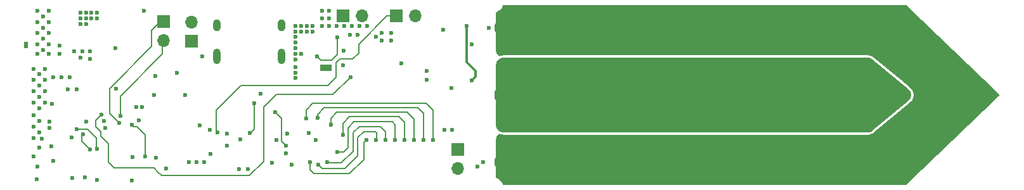
<source format=gbl>
G04 #@! TF.GenerationSoftware,KiCad,Pcbnew,9.0.0*
G04 #@! TF.CreationDate,2025-03-11T16:46:41+02:00*
G04 #@! TF.ProjectId,Plant-health-meter,506c616e-742d-4686-9561-6c74682d6d65,rev?*
G04 #@! TF.SameCoordinates,Original*
G04 #@! TF.FileFunction,Copper,L4,Bot*
G04 #@! TF.FilePolarity,Positive*
%FSLAX46Y46*%
G04 Gerber Fmt 4.6, Leading zero omitted, Abs format (unit mm)*
G04 Created by KiCad (PCBNEW 9.0.0) date 2025-03-11 16:46:41*
%MOMM*%
%LPD*%
G01*
G04 APERTURE LIST*
G04 Aperture macros list*
%AMRoundRect*
0 Rectangle with rounded corners*
0 $1 Rounding radius*
0 $2 $3 $4 $5 $6 $7 $8 $9 X,Y pos of 4 corners*
0 Add a 4 corners polygon primitive as box body*
4,1,4,$2,$3,$4,$5,$6,$7,$8,$9,$2,$3,0*
0 Add four circle primitives for the rounded corners*
1,1,$1+$1,$2,$3*
1,1,$1+$1,$4,$5*
1,1,$1+$1,$6,$7*
1,1,$1+$1,$8,$9*
0 Add four rect primitives between the rounded corners*
20,1,$1+$1,$2,$3,$4,$5,0*
20,1,$1+$1,$4,$5,$6,$7,0*
20,1,$1+$1,$6,$7,$8,$9,0*
20,1,$1+$1,$8,$9,$2,$3,0*%
G04 Aperture macros list end*
G04 #@! TA.AperFunction,ComponentPad*
%ADD10R,1.700000X1.700000*%
G04 #@! TD*
G04 #@! TA.AperFunction,ComponentPad*
%ADD11O,1.700000X1.700000*%
G04 #@! TD*
G04 #@! TA.AperFunction,HeatsinkPad*
%ADD12O,1.000000X2.100000*%
G04 #@! TD*
G04 #@! TA.AperFunction,HeatsinkPad*
%ADD13O,1.000000X1.600000*%
G04 #@! TD*
G04 #@! TA.AperFunction,ComponentPad*
%ADD14RoundRect,0.250000X0.893000X0.512000X-0.893000X0.512000X-0.893000X-0.512000X0.893000X-0.512000X0*%
G04 #@! TD*
G04 #@! TA.AperFunction,ComponentPad*
%ADD15RoundRect,0.381000X0.762000X0.381000X-0.762000X0.381000X-0.762000X-0.381000X0.762000X-0.381000X0*%
G04 #@! TD*
G04 #@! TA.AperFunction,ComponentPad*
%ADD16R,0.500000X0.900000*%
G04 #@! TD*
G04 #@! TA.AperFunction,ComponentPad*
%ADD17C,0.600000*%
G04 #@! TD*
G04 #@! TA.AperFunction,SMDPad,CuDef*
%ADD18R,1.600000X0.900000*%
G04 #@! TD*
G04 #@! TA.AperFunction,ViaPad*
%ADD19C,0.600000*%
G04 #@! TD*
G04 #@! TA.AperFunction,Conductor*
%ADD20C,0.200000*%
G04 #@! TD*
G04 #@! TA.AperFunction,Conductor*
%ADD21C,0.300000*%
G04 #@! TD*
G04 APERTURE END LIST*
D10*
G04 #@! TO.P,J6,1,Pin_1*
G04 #@! TO.N,Net-(J6-Pin_1)*
X109400000Y-100200000D03*
D11*
G04 #@! TO.P,J6,2,Pin_2*
G04 #@! TO.N,Net-(J6-Pin_2)*
X109400000Y-102740000D03*
G04 #@! TD*
D12*
G04 #@! TO.P,J5,S1,SHIELD*
G04 #@! TO.N,GND*
X125120000Y-104830000D03*
D13*
X125120000Y-100650000D03*
D12*
X116480000Y-104830000D03*
D13*
X116480000Y-100650000D03*
G04 #@! TD*
D10*
G04 #@! TO.P,J1,1,Pin_1*
G04 #@! TO.N,+3.3V*
X113090175Y-102775000D03*
D11*
G04 #@! TO.P,J1,2,Pin_2*
G04 #@! TO.N,GND*
X113090175Y-100235000D03*
G04 #@! TD*
D10*
G04 #@! TO.P,J2,1,Pin_1*
G04 #@! TO.N,+3.3V*
X148650000Y-117275000D03*
D11*
G04 #@! TO.P,J2,2,Pin_2*
G04 #@! TO.N,GND*
X148650000Y-119815000D03*
G04 #@! TD*
D14*
G04 #@! TO.P,S1,1,1*
G04 #@! TO.N,/Sensors/sensor_cap*
X154750000Y-110000000D03*
D15*
G04 #@! TO.P,S1,2*
G04 #@! TO.N,GND*
X154750000Y-119000000D03*
X154750000Y-101000000D03*
G04 #@! TD*
D16*
G04 #@! TO.P,AE1,2,Shield*
G04 #@! TO.N,GND*
X91025000Y-103350000D03*
G04 #@! TD*
D17*
G04 #@! TO.P,U5,9,PAD*
G04 #@! TO.N,GND*
X130575000Y-106350002D03*
D18*
X131074999Y-106350002D03*
D17*
X131574998Y-106350002D03*
G04 #@! TD*
D10*
G04 #@! TO.P,J3,1,Pin_1*
G04 #@! TO.N,+BATT*
X140400000Y-99400000D03*
D11*
G04 #@! TO.P,J3,2,Pin_2*
X142940000Y-99400000D03*
G04 #@! TD*
D10*
G04 #@! TO.P,J4,1,Pin_1*
G04 #@! TO.N,GND*
X133325000Y-99400000D03*
D11*
G04 #@! TO.P,J4,2,Pin_2*
X135865000Y-99400000D03*
G04 #@! TD*
D19*
G04 #@! TO.N,GND*
X151300000Y-119600000D03*
X123800000Y-119100000D03*
X115600000Y-117900000D03*
G04 #@! TO.N,+BATT*
X116600000Y-115000000D03*
G04 #@! TO.N,GND*
X92000000Y-106500000D03*
X99750000Y-99000000D03*
X94000000Y-98750000D03*
X135250000Y-102000000D03*
X128778125Y-115121875D03*
X94350000Y-116850000D03*
X126500000Y-119300000D03*
X92750000Y-115000000D03*
X127000000Y-107000000D03*
X132500000Y-100750000D03*
X119570002Y-115902449D03*
X99000000Y-99000000D03*
X92750000Y-110250000D03*
X131500000Y-99750000D03*
X92000000Y-108000000D03*
X99550000Y-104200000D03*
X98250000Y-99000000D03*
X92750000Y-107250000D03*
X95500000Y-104500000D03*
X103000000Y-109200000D03*
X119450001Y-119900000D03*
X92500000Y-98750000D03*
X114500000Y-104800000D03*
X93250000Y-104000000D03*
X138512499Y-102750000D03*
X100500000Y-99000000D03*
X93250000Y-102500000D03*
X122300000Y-109800000D03*
X130500000Y-100750000D03*
X135500000Y-100750000D03*
X92750000Y-117000000D03*
X98250000Y-105000000D03*
X152800000Y-101000000D03*
X92500000Y-119600000D03*
X92000000Y-114250000D03*
X147900000Y-114639997D03*
X108250000Y-107500000D03*
X127000000Y-106250000D03*
X144512499Y-106750001D03*
X136500000Y-100750000D03*
X99000000Y-99750000D03*
X92000000Y-115750000D03*
X152000000Y-119000000D03*
X92500000Y-101750000D03*
X124400000Y-116000000D03*
X94000000Y-103250000D03*
X129656250Y-116000000D03*
X92000000Y-112750000D03*
X92750000Y-108750000D03*
X115500000Y-114700000D03*
X146700000Y-101300000D03*
X94000000Y-104500000D03*
X113750000Y-119000000D03*
X112750000Y-119000000D03*
X92500000Y-104500000D03*
X100450000Y-121350000D03*
X146899999Y-114640000D03*
X92500000Y-103250000D03*
X94000000Y-100250000D03*
X93500000Y-106500000D03*
X127000000Y-107750000D03*
X102900000Y-103700000D03*
X92400000Y-121300000D03*
X108100000Y-110000000D03*
X120650001Y-119900000D03*
X139762499Y-101750000D03*
X131500000Y-98750000D03*
X98500000Y-104200000D03*
X98250000Y-99750000D03*
X93500000Y-108000000D03*
X99750000Y-99750000D03*
X92750000Y-113500000D03*
X93500000Y-109500000D03*
X101600000Y-114400000D03*
X144512499Y-108000000D03*
X99000000Y-100500000D03*
X92500000Y-100250000D03*
X108375000Y-118400000D03*
X134500000Y-100750000D03*
X97416170Y-104191296D03*
X94000000Y-101750000D03*
X106700000Y-98724999D03*
X96544845Y-109223289D03*
X133500000Y-100750000D03*
X111100000Y-107000000D03*
X92000000Y-118250000D03*
X92000000Y-109500000D03*
X138512499Y-101750000D03*
X114750000Y-119000000D03*
X93100000Y-115850000D03*
X94500000Y-111200000D03*
X93500000Y-111000000D03*
X98250000Y-100500000D03*
X97796289Y-109234999D03*
X130500000Y-99750000D03*
X150500000Y-103200000D03*
X93250000Y-101000000D03*
X131500000Y-100750000D03*
X98900000Y-121000000D03*
X105175000Y-118300000D03*
X93250000Y-99500000D03*
X134250000Y-102000000D03*
X100500000Y-99750000D03*
X147800000Y-109100000D03*
X139762499Y-102750000D03*
X92750000Y-111750000D03*
X130500000Y-98750000D03*
X137750000Y-102250000D03*
X92000000Y-111000000D03*
X112250000Y-110000000D03*
X105149999Y-121400000D03*
G04 #@! TO.N,+3.3V*
X94100000Y-113600000D03*
X94600000Y-107600000D03*
X127000000Y-100750000D03*
X99010000Y-113600000D03*
X133300000Y-106000000D03*
X127000000Y-103749999D03*
X129250000Y-100750000D03*
X117870001Y-115202450D03*
X101410000Y-113500000D03*
X95700000Y-107600000D03*
X127000000Y-101500000D03*
X127000000Y-104499999D03*
X127000000Y-102999999D03*
X96800000Y-107600000D03*
X117870001Y-116802448D03*
X128500000Y-100750000D03*
X94100000Y-114400000D03*
X133434996Y-104060002D03*
X99550000Y-105200000D03*
X114181583Y-114110000D03*
X127000000Y-105250000D03*
X125700000Y-117800000D03*
X127000000Y-102249999D03*
X127750000Y-100750000D03*
X105700000Y-111600000D03*
X97100000Y-115700000D03*
X95500001Y-103400000D03*
X127750000Y-101500000D03*
X97200000Y-121100000D03*
X127750000Y-104500000D03*
X106100000Y-113400000D03*
X129250000Y-101500000D03*
X109700000Y-119800000D03*
X128500000Y-101500000D03*
X125900000Y-115200000D03*
X141100000Y-105800000D03*
X94600000Y-118850000D03*
X106500000Y-111600000D03*
G04 #@! TO.N,Net-(U6-GPIO9)*
X105100000Y-114000000D03*
X106900000Y-118200000D03*
G04 #@! TO.N,Net-(U6-CHIP_EN)*
X100500000Y-117200000D03*
X97800000Y-114600000D03*
G04 #@! TO.N,Net-(J7-Pin_2)*
X136460000Y-116000000D03*
X128900000Y-119000000D03*
G04 #@! TO.N,Net-(J7-Pin_16)*
X145350000Y-116000000D03*
X128400000Y-113100000D03*
G04 #@! TO.N,Net-(J7-Pin_4)*
X137730000Y-116000000D03*
X130000000Y-119300000D03*
G04 #@! TO.N,Net-(J7-Pin_8)*
X140270000Y-116000000D03*
X132600000Y-117600000D03*
G04 #@! TO.N,Net-(J7-Pin_6)*
X131200000Y-119000000D03*
X139000000Y-116000000D03*
G04 #@! TO.N,Net-(J7-Pin_14)*
X129900000Y-113021000D03*
X144080000Y-116000000D03*
G04 #@! TO.N,Net-(D1-A)*
X150500000Y-108050000D03*
X149800000Y-100800000D03*
G04 #@! TO.N,Net-(D6-K)*
X120850001Y-115100000D03*
X121500000Y-111110000D03*
G04 #@! TO.N,Net-(J7-Pin_10)*
X141540000Y-116000000D03*
X133300000Y-115300000D03*
G04 #@! TO.N,/ADC/ALERT*
X98650000Y-115250000D03*
X99500000Y-117300000D03*
G04 #@! TO.N,Net-(J7-Pin_12)*
X142810000Y-116000000D03*
X131700000Y-114000000D03*
G04 #@! TO.N,/ESP_32/Battery_stat*
X134300000Y-107600000D03*
X101083178Y-112616822D03*
G04 #@! TO.N,/ESP_32/IO_INT*
X124300000Y-112300000D03*
X125706250Y-116750000D03*
G04 #@! TO.N,Net-(J6-Pin_2)*
X103610000Y-112800000D03*
G04 #@! TO.N,Net-(U5-PG)*
X132574998Y-102300002D03*
X129840000Y-104860000D03*
G04 #@! TO.N,Net-(J6-Pin_1)*
X103400000Y-113700000D03*
G04 #@! TD*
D20*
G04 #@! TO.N,Net-(J6-Pin_1)*
X103400000Y-113700000D02*
X102125000Y-112425000D01*
X102125000Y-112425000D02*
X102125000Y-109125000D01*
G04 #@! TO.N,Net-(J6-Pin_2)*
X103610000Y-112800000D02*
X103610000Y-110140000D01*
G04 #@! TO.N,Net-(J6-Pin_1)*
X102125000Y-109125000D02*
X107725000Y-103525000D01*
X107725000Y-103525000D02*
X107725000Y-101375000D01*
X107725000Y-101375000D02*
X108900000Y-100200000D01*
G04 #@! TO.N,Net-(J6-Pin_2)*
X103610000Y-110140000D02*
X109225000Y-104525000D01*
G04 #@! TO.N,Net-(J6-Pin_1)*
X108900000Y-100200000D02*
X109400000Y-100200000D01*
G04 #@! TO.N,Net-(J6-Pin_2)*
X109225000Y-104525000D02*
X109225000Y-102915000D01*
X109225000Y-102915000D02*
X109400000Y-102740000D01*
G04 #@! TO.N,/ESP_32/IO_INT*
X124300000Y-112300000D02*
X125100000Y-113100000D01*
X125100000Y-113100000D02*
X125100000Y-116143750D01*
X125100000Y-116143750D02*
X125706250Y-116750000D01*
G04 #@! TO.N,+BATT*
X116600000Y-115000000D02*
X116400000Y-114800000D01*
X116400000Y-114800000D02*
X116400000Y-112000000D01*
X119700000Y-108700000D02*
X131300000Y-108700000D01*
X132400000Y-107600000D02*
X132400000Y-105700000D01*
X131300000Y-108700000D02*
X132400000Y-107600000D01*
X116400000Y-112000000D02*
X119700000Y-108700000D01*
X132900000Y-105200000D02*
X134600000Y-105200000D01*
X139200000Y-99400000D02*
X140400000Y-99400000D01*
X132400000Y-105700000D02*
X132900000Y-105200000D01*
X134600000Y-105200000D02*
X135400000Y-104400000D01*
X135400000Y-104400000D02*
X135400000Y-103200000D01*
X135400000Y-103200000D02*
X139200000Y-99400000D01*
G04 #@! TO.N,Net-(D6-K)*
X121500000Y-114600000D02*
X121000000Y-115100000D01*
X121000000Y-115100000D02*
X120850001Y-115100000D01*
G04 #@! TO.N,Net-(U6-GPIO9)*
X105800000Y-114200000D02*
X105300000Y-114200000D01*
X106900000Y-115300000D02*
X105800000Y-114200000D01*
X105300000Y-114200000D02*
X105100000Y-114000000D01*
X106900000Y-118200000D02*
X106900000Y-115300000D01*
G04 #@! TO.N,Net-(U6-CHIP_EN)*
X100400000Y-115800000D02*
X100400000Y-117100000D01*
X97800000Y-114600000D02*
X99200000Y-114600000D01*
X99200000Y-114600000D02*
X100400000Y-115800000D01*
X100400000Y-117100000D02*
X100500000Y-117200000D01*
G04 #@! TO.N,Net-(J7-Pin_2)*
X136460000Y-116000000D02*
X136100000Y-116360000D01*
X128900000Y-120000000D02*
X128900000Y-119000000D01*
X136100000Y-116360000D02*
X136100000Y-118600000D01*
X136100000Y-118600000D02*
X134200000Y-120500000D01*
X129400000Y-120500000D02*
X128900000Y-120000000D01*
X134200000Y-120500000D02*
X129400000Y-120500000D01*
G04 #@! TO.N,Net-(J7-Pin_16)*
X129300000Y-111100000D02*
X144400000Y-111100000D01*
X128400000Y-113100000D02*
X128400000Y-112000000D01*
X144400000Y-111100000D02*
X145350000Y-112050000D01*
X128400000Y-112000000D02*
X129300000Y-111100000D01*
X145350000Y-112050000D02*
X145350000Y-116000000D01*
G04 #@! TO.N,Net-(J7-Pin_4)*
X130500000Y-119800000D02*
X133600000Y-119800000D01*
X137800000Y-115081916D02*
X137800000Y-115930000D01*
X130000000Y-119300000D02*
X130500000Y-119800000D01*
X137800000Y-115930000D02*
X137730000Y-116000000D01*
X136100000Y-114900000D02*
X137618084Y-114900000D01*
X135300000Y-115700000D02*
X136100000Y-114900000D01*
X137618084Y-114900000D02*
X137800000Y-115081916D01*
X135300000Y-118100000D02*
X135300000Y-115700000D01*
X133600000Y-119800000D02*
X135300000Y-118100000D01*
G04 #@! TO.N,Net-(J7-Pin_8)*
X140270000Y-116000000D02*
X140270000Y-113970000D01*
X133400000Y-117600000D02*
X132600000Y-117600000D01*
X134000000Y-117000000D02*
X133400000Y-117600000D01*
X134800000Y-113600000D02*
X134000000Y-114400000D01*
X139900000Y-113600000D02*
X134800000Y-113600000D01*
X140270000Y-113970000D02*
X139900000Y-113600000D01*
X134000000Y-114400000D02*
X134000000Y-117000000D01*
G04 #@! TO.N,Net-(J7-Pin_6)*
X139000000Y-114900000D02*
X139000000Y-116000000D01*
X134700000Y-117500000D02*
X134700000Y-115000000D01*
X131300000Y-119100000D02*
X133100000Y-119100000D01*
X134700000Y-115000000D02*
X135500000Y-114200000D01*
X131200000Y-119000000D02*
X131300000Y-119100000D01*
X135500000Y-114200000D02*
X138300000Y-114200000D01*
X138300000Y-114200000D02*
X139000000Y-114900000D01*
X133100000Y-119100000D02*
X134700000Y-117500000D01*
G04 #@! TO.N,Net-(J7-Pin_14)*
X144080000Y-112480000D02*
X144080000Y-116000000D01*
X130799147Y-111700000D02*
X143300000Y-111700000D01*
X129900000Y-112599147D02*
X130799147Y-111700000D01*
X129900000Y-113021000D02*
X129900000Y-112599147D01*
X143300000Y-111700000D02*
X144080000Y-112480000D01*
D21*
G04 #@! TO.N,Net-(D1-A)*
X151000000Y-107550000D02*
X151000000Y-106800000D01*
X149800000Y-105600000D02*
X149800000Y-100800000D01*
X151000000Y-106800000D02*
X149800000Y-105600000D01*
X150500000Y-108050000D02*
X151000000Y-107550000D01*
D20*
G04 #@! TO.N,Net-(D6-K)*
X121500000Y-111110000D02*
X121500000Y-114600000D01*
G04 #@! TO.N,Net-(J7-Pin_10)*
X134200000Y-112900000D02*
X140800000Y-112900000D01*
X140800000Y-112900000D02*
X141540000Y-113640000D01*
X133300000Y-115300000D02*
X133300000Y-113800000D01*
X133300000Y-113800000D02*
X134200000Y-112900000D01*
X141540000Y-113640000D02*
X141540000Y-116000000D01*
G04 #@! TO.N,/ADC/ALERT*
X98650000Y-115250000D02*
X98400000Y-115500000D01*
X98400000Y-115500000D02*
X98400000Y-116200000D01*
X98400000Y-116200000D02*
X99500000Y-117300000D01*
G04 #@! TO.N,Net-(J7-Pin_12)*
X131700000Y-113100000D02*
X132500000Y-112300000D01*
X142810000Y-113210000D02*
X142810000Y-116000000D01*
X132500000Y-112300000D02*
X141900000Y-112300000D01*
X131700000Y-114000000D02*
X131700000Y-113100000D01*
X141900000Y-112300000D02*
X142810000Y-113210000D01*
G04 #@! TO.N,/ESP_32/Battery_stat*
X101083178Y-112616822D02*
X100300000Y-113400000D01*
X122700000Y-111600000D02*
X122700000Y-118900000D01*
X100300000Y-113400000D02*
X100300000Y-114200000D01*
X134300000Y-107600000D02*
X132000000Y-109900000D01*
X102000000Y-116500000D02*
X102000000Y-119000000D01*
X101000000Y-115500000D02*
X102000000Y-116500000D01*
X124400000Y-109900000D02*
X122700000Y-111600000D01*
X102750000Y-119750000D02*
X108050000Y-119750000D01*
X120800000Y-120800000D02*
X109100000Y-120800000D01*
X108050000Y-119750000D02*
X108600000Y-120300000D01*
X102000000Y-119000000D02*
X102750000Y-119750000D01*
X101000000Y-114900000D02*
X101000000Y-115500000D01*
X109100000Y-120800000D02*
X108600000Y-120300000D01*
X100300000Y-114200000D02*
X101000000Y-114900000D01*
X132000000Y-109900000D02*
X124400000Y-109900000D01*
X122700000Y-118900000D02*
X120800000Y-120800000D01*
G04 #@! TO.N,Net-(J6-Pin_2)*
X103610000Y-113000000D02*
X103610000Y-112800000D01*
G04 #@! TO.N,Net-(U5-PG)*
X132574998Y-104550000D02*
X132574998Y-102300002D01*
X129840000Y-104860000D02*
X130330001Y-105350001D01*
X131774998Y-105350001D02*
X132574998Y-104550000D01*
X130330001Y-105350001D02*
X131774998Y-105350001D01*
G04 #@! TD*
G04 #@! TA.AperFunction,Conductor*
G04 #@! TO.N,GND*
G36*
X208565796Y-98020185D02*
G01*
X208584631Y-98035048D01*
X220888478Y-109846743D01*
X220902922Y-109863309D01*
X220922541Y-109890312D01*
X220923611Y-109892413D01*
X220924580Y-109893205D01*
X220940153Y-109924877D01*
X220947991Y-109948998D01*
X220954061Y-109987319D01*
X220954061Y-110012680D01*
X220947991Y-110051001D01*
X220940153Y-110075122D01*
X220922542Y-110109685D01*
X220902925Y-110136686D01*
X220888480Y-110153254D01*
X208584631Y-121964952D01*
X208522637Y-121997179D01*
X208498757Y-121999500D01*
X154754692Y-121999500D01*
X154687653Y-121979815D01*
X154642972Y-121928250D01*
X154642780Y-121928349D01*
X154642384Y-121927571D01*
X154641898Y-121927011D01*
X154640720Y-121924306D01*
X154533342Y-121713566D01*
X154394517Y-121522490D01*
X154227510Y-121355483D01*
X154036433Y-121216657D01*
X153825992Y-121109432D01*
X153821651Y-121107220D01*
X153822193Y-121106156D01*
X153772136Y-121065809D01*
X153750079Y-120999512D01*
X153750000Y-120995100D01*
X153750000Y-116006092D01*
X153750597Y-115993938D01*
X153768018Y-115817056D01*
X153772757Y-115793232D01*
X153822577Y-115628994D01*
X153831875Y-115606549D01*
X153912775Y-115455195D01*
X153926272Y-115434995D01*
X154035149Y-115302328D01*
X154052322Y-115285154D01*
X154126363Y-115224390D01*
X154190666Y-115197081D01*
X154252481Y-115205688D01*
X154262085Y-115209667D01*
X154290320Y-115219770D01*
X154454543Y-115269586D01*
X154483627Y-115276871D01*
X154507468Y-115281613D01*
X154537120Y-115286011D01*
X154713994Y-115303432D01*
X154728951Y-115304535D01*
X154741105Y-115305132D01*
X154756093Y-115305500D01*
X154756111Y-115305500D01*
X203380764Y-115305500D01*
X203382868Y-115305439D01*
X203398430Y-115304989D01*
X203412756Y-115304159D01*
X203430381Y-115302624D01*
X203638433Y-115278425D01*
X203669049Y-115273053D01*
X203673250Y-115272317D01*
X203673252Y-115272316D01*
X203673255Y-115272316D01*
X203701142Y-115265740D01*
X203735025Y-115255648D01*
X203925165Y-115186808D01*
X203957665Y-115172864D01*
X203983298Y-115160062D01*
X204013952Y-115142467D01*
X204189275Y-115027863D01*
X204203785Y-115017767D01*
X204215322Y-115009234D01*
X204229234Y-114998308D01*
X209019066Y-111006782D01*
X209030242Y-110996998D01*
X209039124Y-110988833D01*
X209049831Y-110978498D01*
X209173609Y-110853055D01*
X209193433Y-110830907D01*
X209208614Y-110812187D01*
X209226192Y-110788215D01*
X209320016Y-110646264D01*
X209335181Y-110620695D01*
X209346454Y-110599391D01*
X209359062Y-110572475D01*
X209423652Y-110415058D01*
X209433584Y-110387042D01*
X209440523Y-110363960D01*
X209447686Y-110335106D01*
X209480603Y-110168161D01*
X209484928Y-110138748D01*
X209484929Y-110138734D01*
X209484931Y-110138723D01*
X209484931Y-110138721D01*
X209487268Y-110114785D01*
X209487271Y-110114741D01*
X209488715Y-110085098D01*
X209488716Y-110085072D01*
X209488716Y-109914926D01*
X209488715Y-109914900D01*
X209487271Y-109885257D01*
X209487268Y-109885213D01*
X209484931Y-109861277D01*
X209484931Y-109861275D01*
X209484929Y-109861261D01*
X209484928Y-109861251D01*
X209480603Y-109831838D01*
X209447686Y-109664893D01*
X209440523Y-109636039D01*
X209433584Y-109612957D01*
X209428463Y-109598512D01*
X209423654Y-109584945D01*
X209359058Y-109427515D01*
X209346467Y-109400635D01*
X209346454Y-109400608D01*
X209335181Y-109379304D01*
X209335170Y-109379286D01*
X209335162Y-109379271D01*
X209320011Y-109353727D01*
X209274458Y-109284808D01*
X209226192Y-109211784D01*
X209208614Y-109187812D01*
X209193433Y-109169092D01*
X209193425Y-109169083D01*
X209193412Y-109169067D01*
X209173631Y-109146968D01*
X209173587Y-109146921D01*
X209049842Y-109021512D01*
X209039132Y-109011174D01*
X209039124Y-109011166D01*
X209030242Y-109003001D01*
X209019066Y-108993217D01*
X207821608Y-107995335D01*
X204229243Y-105001698D01*
X204215328Y-104990770D01*
X204215322Y-104990765D01*
X204203785Y-104982232D01*
X204189275Y-104972136D01*
X204189274Y-104972135D01*
X204013969Y-104857543D01*
X204013964Y-104857540D01*
X204013952Y-104857532D01*
X204013946Y-104857528D01*
X204013934Y-104857521D01*
X203995230Y-104846785D01*
X203983302Y-104839939D01*
X203983298Y-104839937D01*
X203983293Y-104839934D01*
X203957671Y-104827137D01*
X203957664Y-104827134D01*
X203925187Y-104813199D01*
X203735016Y-104744348D01*
X203717708Y-104739193D01*
X203701137Y-104734258D01*
X203701129Y-104734256D01*
X203673276Y-104727688D01*
X203673268Y-104727686D01*
X203673258Y-104727684D01*
X203673247Y-104727682D01*
X203673237Y-104727680D01*
X203638457Y-104721578D01*
X203638451Y-104721577D01*
X203638438Y-104721575D01*
X203430381Y-104697376D01*
X203412734Y-104695839D01*
X203398435Y-104695011D01*
X203380764Y-104694500D01*
X203380760Y-104694500D01*
X154756093Y-104694500D01*
X154746101Y-104694745D01*
X154741096Y-104694868D01*
X154728938Y-104695465D01*
X154714003Y-104696567D01*
X154537126Y-104713987D01*
X154537100Y-104713990D01*
X154507471Y-104718384D01*
X154483608Y-104723131D01*
X154454578Y-104730404D01*
X154454547Y-104730412D01*
X154290321Y-104780228D01*
X154262072Y-104790336D01*
X154262052Y-104790344D01*
X154252477Y-104794311D01*
X154238538Y-104795809D01*
X154225949Y-104801972D01*
X154204489Y-104799471D01*
X154183008Y-104801781D01*
X154169077Y-104795344D01*
X154156549Y-104793884D01*
X154126357Y-104775604D01*
X154052333Y-104714854D01*
X154035145Y-104697666D01*
X153926277Y-104565010D01*
X153912772Y-104544798D01*
X153831878Y-104393456D01*
X153822575Y-104370998D01*
X153772757Y-104206769D01*
X153768018Y-104182941D01*
X153750597Y-104006061D01*
X153750000Y-103993907D01*
X153750000Y-99004899D01*
X153769685Y-98937860D01*
X153821669Y-98892815D01*
X153821651Y-98892780D01*
X153821794Y-98892707D01*
X153822489Y-98892105D01*
X153825833Y-98890648D01*
X153825986Y-98890569D01*
X153825992Y-98890568D01*
X154036433Y-98783343D01*
X154227510Y-98644517D01*
X154394517Y-98477510D01*
X154533343Y-98286433D01*
X154640568Y-98075992D01*
X154640567Y-98075992D01*
X154642780Y-98071651D01*
X154643986Y-98072265D01*
X154683962Y-98022650D01*
X154750254Y-98000579D01*
X154754692Y-98000500D01*
X208498757Y-98000500D01*
X208565796Y-98020185D01*
G37*
G04 #@! TD.AperFunction*
G04 #@! TD*
G04 #@! TA.AperFunction,Conductor*
G04 #@! TO.N,/Sensors/sensor_cap*
G36*
X203395086Y-105000830D02*
G01*
X203603143Y-105025029D01*
X203631022Y-105031603D01*
X203821166Y-105100444D01*
X203846798Y-105113246D01*
X204022121Y-105227850D01*
X204033658Y-105236383D01*
X208823490Y-109227909D01*
X208832372Y-109236074D01*
X208956150Y-109361517D01*
X208971331Y-109380237D01*
X209065155Y-109522188D01*
X209076428Y-109543492D01*
X209141018Y-109700909D01*
X209147957Y-109723991D01*
X209180874Y-109890936D01*
X209183216Y-109914924D01*
X209183216Y-110085075D01*
X209180874Y-110109063D01*
X209147957Y-110276008D01*
X209141018Y-110299090D01*
X209076428Y-110456507D01*
X209065155Y-110477811D01*
X208971331Y-110619762D01*
X208956150Y-110638482D01*
X208832372Y-110763925D01*
X208823490Y-110772090D01*
X204033658Y-114763616D01*
X204022121Y-114772149D01*
X203846798Y-114886753D01*
X203821165Y-114899555D01*
X203631025Y-114968395D01*
X203603138Y-114974971D01*
X203395086Y-114999170D01*
X203380760Y-115000000D01*
X154756093Y-115000000D01*
X154743939Y-114999403D01*
X154567065Y-114981982D01*
X154543224Y-114977240D01*
X154379001Y-114927424D01*
X154356543Y-114918121D01*
X154205201Y-114837227D01*
X154184989Y-114823722D01*
X154052333Y-114714854D01*
X154035145Y-114697666D01*
X153926277Y-114565010D01*
X153912772Y-114544798D01*
X153831878Y-114393456D01*
X153822575Y-114370998D01*
X153772757Y-114206769D01*
X153768018Y-114182941D01*
X153750597Y-114006061D01*
X153750000Y-113993907D01*
X153750000Y-106006092D01*
X153750597Y-105993938D01*
X153768018Y-105817056D01*
X153772757Y-105793232D01*
X153822577Y-105628994D01*
X153831875Y-105606549D01*
X153912775Y-105455195D01*
X153926272Y-105434995D01*
X154035149Y-105302328D01*
X154052328Y-105285149D01*
X154184995Y-105176272D01*
X154205195Y-105162775D01*
X154356549Y-105081875D01*
X154378994Y-105072577D01*
X154543232Y-105022757D01*
X154567056Y-105018018D01*
X154743939Y-105000597D01*
X154756093Y-105000000D01*
X203380760Y-105000000D01*
X203395086Y-105000830D01*
G37*
G04 #@! TD.AperFunction*
G04 #@! TD*
M02*

</source>
